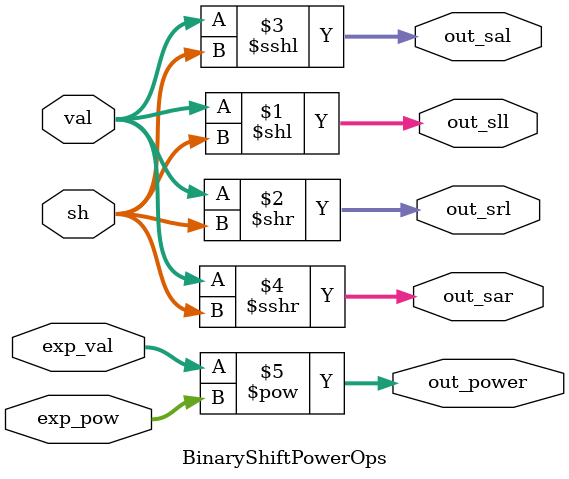
<source format=sv>
module BinaryShiftPowerOps (
    input int exp_pow,
    input int exp_val,
    input logic [3:0] sh,
    input logic [7:0] val,
    output int out_power,
    output logic [7:0] out_sal,
    output logic [7:0] out_sar,
    output logic [7:0] out_sll,
    output logic [7:0] out_srl
);
    assign out_sll   = val <<  sh;
    assign out_srl   = val >>  sh;
    assign out_sal   = val <<< sh;
    assign out_sar   = val >>> sh;
    assign out_power = exp_val ** exp_pow;
endmodule


</source>
